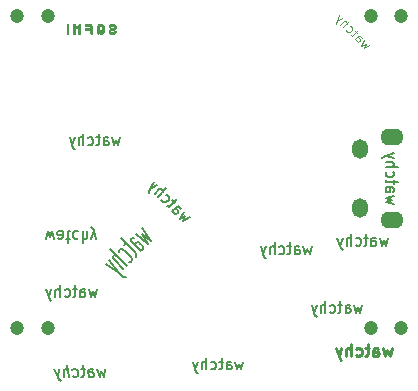
<source format=gbr>
G04 #@! TF.GenerationSoftware,KiCad,Pcbnew,(5.1.8)-1*
G04 #@! TF.CreationDate,2021-12-24T21:37:01-05:00*
G04 #@! TF.ProjectId,Watchy,57617463-6879-42e6-9b69-6361645f7063,rev?*
G04 #@! TF.SameCoordinates,Original*
G04 #@! TF.FileFunction,Soldermask,Bot*
G04 #@! TF.FilePolarity,Negative*
%FSLAX46Y46*%
G04 Gerber Fmt 4.6, Leading zero omitted, Abs format (unit mm)*
G04 Created by KiCad (PCBNEW (5.1.8)-1) date 2021-12-24 21:37:01*
%MOMM*%
%LPD*%
G01*
G04 APERTURE LIST*
%ADD10C,0.100000*%
%ADD11C,0.150000*%
%ADD12C,0.250000*%
%ADD13C,0.010000*%
%ADD14O,1.350000X1.650000*%
%ADD15O,1.950000X1.400000*%
%ADD16C,1.200000*%
G04 APERTURE END LIST*
D10*
X99136332Y-82389048D02*
X98681764Y-82641586D01*
X98833287Y-82288033D01*
X98479733Y-82439556D01*
X98732271Y-81984987D01*
X97949403Y-81909226D02*
X98227195Y-81631434D01*
X98302956Y-81606180D01*
X98378718Y-81631434D01*
X98479733Y-81732449D01*
X98504987Y-81808210D01*
X97974657Y-81883972D02*
X97999911Y-81959733D01*
X98126180Y-82086002D01*
X98201941Y-82111256D01*
X98277703Y-82086002D01*
X98328210Y-82035495D01*
X98353464Y-81959733D01*
X98328210Y-81883972D01*
X98201941Y-81757703D01*
X98176687Y-81681941D01*
X98126180Y-81378895D02*
X97924149Y-81176865D01*
X98227195Y-81126357D02*
X97772626Y-81580926D01*
X97696865Y-81606180D01*
X97621104Y-81580926D01*
X97570596Y-81530418D01*
X97191789Y-81101104D02*
X97217043Y-81176865D01*
X97318058Y-81277880D01*
X97393819Y-81303134D01*
X97444327Y-81303134D01*
X97520088Y-81277880D01*
X97671611Y-81126357D01*
X97696865Y-81050596D01*
X97696865Y-81000088D01*
X97671611Y-80924327D01*
X97570596Y-80823312D01*
X97494834Y-80798058D01*
X96939251Y-80899073D02*
X97469581Y-80368743D01*
X96711966Y-80671789D02*
X96989758Y-80393997D01*
X97065520Y-80368743D01*
X97141281Y-80393997D01*
X97217043Y-80469758D01*
X97242296Y-80545520D01*
X97242296Y-80596027D01*
X96863489Y-80116205D02*
X96383667Y-80343489D01*
X96610951Y-79863667D02*
X96383667Y-80343489D01*
X96307905Y-80520266D01*
X96307905Y-80570773D01*
X96333159Y-80646535D01*
D11*
X83936751Y-96983705D02*
X83344128Y-97333892D01*
X83559628Y-96875956D01*
X83101692Y-97091455D01*
X83451878Y-96498832D01*
X82465296Y-96455059D02*
X82835685Y-96084670D01*
X82933333Y-96047631D01*
X83027614Y-96074568D01*
X83148832Y-96195786D01*
X83175770Y-96290067D01*
X82498967Y-96421387D02*
X82525905Y-96515668D01*
X82677428Y-96667191D01*
X82771709Y-96694128D01*
X82869357Y-96657089D01*
X82936700Y-96589746D01*
X82973739Y-96492098D01*
X82946802Y-96397817D01*
X82795279Y-96246294D01*
X82768341Y-96152013D01*
X82724568Y-95771522D02*
X82482132Y-95529086D01*
X82869357Y-95444906D02*
X82263265Y-96050998D01*
X82165617Y-96088037D01*
X82071336Y-96061099D01*
X82010727Y-96000490D01*
X81559526Y-95481945D02*
X81586463Y-95576226D01*
X81707681Y-95697445D01*
X81801962Y-95724382D01*
X81865938Y-95721015D01*
X81963587Y-95683976D01*
X82165617Y-95481945D01*
X82202656Y-95384297D01*
X82206023Y-95320321D01*
X82179086Y-95226040D01*
X82057867Y-95104822D01*
X81963587Y-95077884D01*
X81253113Y-95242876D02*
X81960219Y-94535769D01*
X80980371Y-94970135D02*
X81350761Y-94599745D01*
X81448409Y-94562707D01*
X81542690Y-94589644D01*
X81633603Y-94680558D01*
X81660541Y-94774839D01*
X81657174Y-94838815D01*
X81209339Y-94256294D02*
X80586412Y-94576175D01*
X80906294Y-93953248D02*
X80586412Y-94576175D01*
X80478662Y-94805143D01*
X80475295Y-94869119D01*
X80502233Y-94963400D01*
X78072857Y-90225714D02*
X77901428Y-90892380D01*
X77730000Y-90416190D01*
X77558571Y-90892380D01*
X77387142Y-90225714D01*
X76658571Y-90892380D02*
X76658571Y-90368571D01*
X76701428Y-90273333D01*
X76787142Y-90225714D01*
X76958571Y-90225714D01*
X77044285Y-90273333D01*
X76658571Y-90844761D02*
X76744285Y-90892380D01*
X76958571Y-90892380D01*
X77044285Y-90844761D01*
X77087142Y-90749523D01*
X77087142Y-90654285D01*
X77044285Y-90559047D01*
X76958571Y-90511428D01*
X76744285Y-90511428D01*
X76658571Y-90463809D01*
X76358571Y-90225714D02*
X76015714Y-90225714D01*
X76230000Y-89892380D02*
X76230000Y-90749523D01*
X76187142Y-90844761D01*
X76101428Y-90892380D01*
X76015714Y-90892380D01*
X75330000Y-90844761D02*
X75415714Y-90892380D01*
X75587142Y-90892380D01*
X75672857Y-90844761D01*
X75715714Y-90797142D01*
X75758571Y-90701904D01*
X75758571Y-90416190D01*
X75715714Y-90320952D01*
X75672857Y-90273333D01*
X75587142Y-90225714D01*
X75415714Y-90225714D01*
X75330000Y-90273333D01*
X74944285Y-90892380D02*
X74944285Y-89892380D01*
X74558571Y-90892380D02*
X74558571Y-90368571D01*
X74601428Y-90273333D01*
X74687142Y-90225714D01*
X74815714Y-90225714D01*
X74901428Y-90273333D01*
X74944285Y-90320952D01*
X74215714Y-90225714D02*
X74001428Y-90892380D01*
X73787142Y-90225714D02*
X74001428Y-90892380D01*
X74087142Y-91130476D01*
X74130000Y-91178095D01*
X74215714Y-91225714D01*
X71767142Y-98804285D02*
X71938571Y-98137619D01*
X72110000Y-98613809D01*
X72281428Y-98137619D01*
X72452857Y-98804285D01*
X73181428Y-98137619D02*
X73181428Y-98661428D01*
X73138571Y-98756666D01*
X73052857Y-98804285D01*
X72881428Y-98804285D01*
X72795714Y-98756666D01*
X73181428Y-98185238D02*
X73095714Y-98137619D01*
X72881428Y-98137619D01*
X72795714Y-98185238D01*
X72752857Y-98280476D01*
X72752857Y-98375714D01*
X72795714Y-98470952D01*
X72881428Y-98518571D01*
X73095714Y-98518571D01*
X73181428Y-98566190D01*
X73481428Y-98804285D02*
X73824285Y-98804285D01*
X73610000Y-99137619D02*
X73610000Y-98280476D01*
X73652857Y-98185238D01*
X73738571Y-98137619D01*
X73824285Y-98137619D01*
X74510000Y-98185238D02*
X74424285Y-98137619D01*
X74252857Y-98137619D01*
X74167142Y-98185238D01*
X74124285Y-98232857D01*
X74081428Y-98328095D01*
X74081428Y-98613809D01*
X74124285Y-98709047D01*
X74167142Y-98756666D01*
X74252857Y-98804285D01*
X74424285Y-98804285D01*
X74510000Y-98756666D01*
X74895714Y-98137619D02*
X74895714Y-99137619D01*
X75281428Y-98137619D02*
X75281428Y-98661428D01*
X75238571Y-98756666D01*
X75152857Y-98804285D01*
X75024285Y-98804285D01*
X74938571Y-98756666D01*
X74895714Y-98709047D01*
X75624285Y-98804285D02*
X75838571Y-98137619D01*
X76052857Y-98804285D02*
X75838571Y-98137619D01*
X75752857Y-97899523D01*
X75710000Y-97851904D01*
X75624285Y-97804285D01*
X79872183Y-97911725D02*
X80693773Y-98975752D01*
X79899120Y-98423536D01*
X80451337Y-99218189D01*
X79387309Y-98396598D01*
X79814941Y-99854585D02*
X79074162Y-99113806D01*
X78969780Y-98948815D01*
X78963045Y-98820862D01*
X79084264Y-98699644D01*
X79212216Y-98706378D01*
X79747597Y-99787241D02*
X79875550Y-99793976D01*
X80027073Y-99642453D01*
X80020338Y-99514500D01*
X79915956Y-99349509D01*
X79781269Y-99214822D01*
X79616277Y-99110439D01*
X79488325Y-99103705D01*
X79336802Y-99255228D01*
X79208849Y-99248493D01*
X78660000Y-99123908D02*
X78417563Y-99366345D01*
X78097681Y-98743417D02*
X79309864Y-99955600D01*
X79414247Y-100120592D01*
X79420981Y-100248544D01*
X79360372Y-100309154D01*
X78808155Y-100726683D02*
X78936108Y-100733418D01*
X79057326Y-100612199D01*
X79050592Y-100484247D01*
X79013553Y-100386599D01*
X78909170Y-100221607D01*
X78505109Y-99817546D01*
X78340118Y-99713164D01*
X78242470Y-99676125D01*
X78114517Y-99669390D01*
X77993299Y-99790609D01*
X78000033Y-99918561D01*
X78602758Y-101066768D02*
X77188544Y-99652554D01*
X78330016Y-101339509D02*
X77589238Y-100598731D01*
X77484855Y-100433739D01*
X77478121Y-100305786D01*
X77569035Y-100214873D01*
X77696987Y-100221607D01*
X77794635Y-100258646D01*
X77144771Y-100639137D02*
X77936057Y-101733469D01*
X76841725Y-100942183D02*
X77936057Y-101733469D01*
X78333384Y-102009577D01*
X78431032Y-102046616D01*
X78558984Y-102053350D01*
X76092857Y-103055714D02*
X75921428Y-103722380D01*
X75750000Y-103246190D01*
X75578571Y-103722380D01*
X75407142Y-103055714D01*
X74678571Y-103722380D02*
X74678571Y-103198571D01*
X74721428Y-103103333D01*
X74807142Y-103055714D01*
X74978571Y-103055714D01*
X75064285Y-103103333D01*
X74678571Y-103674761D02*
X74764285Y-103722380D01*
X74978571Y-103722380D01*
X75064285Y-103674761D01*
X75107142Y-103579523D01*
X75107142Y-103484285D01*
X75064285Y-103389047D01*
X74978571Y-103341428D01*
X74764285Y-103341428D01*
X74678571Y-103293809D01*
X74378571Y-103055714D02*
X74035714Y-103055714D01*
X74250000Y-102722380D02*
X74250000Y-103579523D01*
X74207142Y-103674761D01*
X74121428Y-103722380D01*
X74035714Y-103722380D01*
X73350000Y-103674761D02*
X73435714Y-103722380D01*
X73607142Y-103722380D01*
X73692857Y-103674761D01*
X73735714Y-103627142D01*
X73778571Y-103531904D01*
X73778571Y-103246190D01*
X73735714Y-103150952D01*
X73692857Y-103103333D01*
X73607142Y-103055714D01*
X73435714Y-103055714D01*
X73350000Y-103103333D01*
X72964285Y-103722380D02*
X72964285Y-102722380D01*
X72578571Y-103722380D02*
X72578571Y-103198571D01*
X72621428Y-103103333D01*
X72707142Y-103055714D01*
X72835714Y-103055714D01*
X72921428Y-103103333D01*
X72964285Y-103150952D01*
X72235714Y-103055714D02*
X72021428Y-103722380D01*
X71807142Y-103055714D02*
X72021428Y-103722380D01*
X72107142Y-103960476D01*
X72150000Y-104008095D01*
X72235714Y-104055714D01*
X76759508Y-109825714D02*
X76671413Y-110492380D01*
X76440461Y-110016190D01*
X76328556Y-110492380D01*
X76073794Y-109825714D01*
X75428556Y-110492380D02*
X75363080Y-109968571D01*
X75394032Y-109873333D01*
X75473794Y-109825714D01*
X75645223Y-109825714D01*
X75736889Y-109873333D01*
X75422604Y-110444761D02*
X75514270Y-110492380D01*
X75728556Y-110492380D01*
X75808318Y-110444761D01*
X75839270Y-110349523D01*
X75827366Y-110254285D01*
X75772604Y-110159047D01*
X75680937Y-110111428D01*
X75466651Y-110111428D01*
X75374985Y-110063809D01*
X75045223Y-109825714D02*
X74702366Y-109825714D01*
X74874985Y-109492380D02*
X74982127Y-110349523D01*
X74951175Y-110444761D01*
X74871413Y-110492380D01*
X74785699Y-110492380D01*
X74094032Y-110444761D02*
X74185699Y-110492380D01*
X74357127Y-110492380D01*
X74436889Y-110444761D01*
X74473794Y-110397142D01*
X74504747Y-110301904D01*
X74469032Y-110016190D01*
X74414270Y-109920952D01*
X74365461Y-109873333D01*
X74273794Y-109825714D01*
X74102366Y-109825714D01*
X74022604Y-109873333D01*
X73714270Y-110492380D02*
X73589270Y-109492380D01*
X73328556Y-110492380D02*
X73263080Y-109968571D01*
X73294032Y-109873333D01*
X73373794Y-109825714D01*
X73502366Y-109825714D01*
X73594032Y-109873333D01*
X73642842Y-109920952D01*
X72902366Y-109825714D02*
X72771413Y-110492380D01*
X72473794Y-109825714D02*
X72771413Y-110492380D01*
X72886889Y-110730476D01*
X72935699Y-110778095D01*
X73027366Y-110825714D01*
X88482857Y-109195714D02*
X88311428Y-109862380D01*
X88140000Y-109386190D01*
X87968571Y-109862380D01*
X87797142Y-109195714D01*
X87068571Y-109862380D02*
X87068571Y-109338571D01*
X87111428Y-109243333D01*
X87197142Y-109195714D01*
X87368571Y-109195714D01*
X87454285Y-109243333D01*
X87068571Y-109814761D02*
X87154285Y-109862380D01*
X87368571Y-109862380D01*
X87454285Y-109814761D01*
X87497142Y-109719523D01*
X87497142Y-109624285D01*
X87454285Y-109529047D01*
X87368571Y-109481428D01*
X87154285Y-109481428D01*
X87068571Y-109433809D01*
X86768571Y-109195714D02*
X86425714Y-109195714D01*
X86640000Y-108862380D02*
X86640000Y-109719523D01*
X86597142Y-109814761D01*
X86511428Y-109862380D01*
X86425714Y-109862380D01*
X85740000Y-109814761D02*
X85825714Y-109862380D01*
X85997142Y-109862380D01*
X86082857Y-109814761D01*
X86125714Y-109767142D01*
X86168571Y-109671904D01*
X86168571Y-109386190D01*
X86125714Y-109290952D01*
X86082857Y-109243333D01*
X85997142Y-109195714D01*
X85825714Y-109195714D01*
X85740000Y-109243333D01*
X85354285Y-109862380D02*
X85354285Y-108862380D01*
X84968571Y-109862380D02*
X84968571Y-109338571D01*
X85011428Y-109243333D01*
X85097142Y-109195714D01*
X85225714Y-109195714D01*
X85311428Y-109243333D01*
X85354285Y-109290952D01*
X84625714Y-109195714D02*
X84411428Y-109862380D01*
X84197142Y-109195714D02*
X84411428Y-109862380D01*
X84497142Y-110100476D01*
X84540000Y-110148095D01*
X84625714Y-110195714D01*
X101224285Y-95852857D02*
X100557619Y-95681428D01*
X101033809Y-95510000D01*
X100557619Y-95338571D01*
X101224285Y-95167142D01*
X100557619Y-94438571D02*
X101081428Y-94438571D01*
X101176666Y-94481428D01*
X101224285Y-94567142D01*
X101224285Y-94738571D01*
X101176666Y-94824285D01*
X100605238Y-94438571D02*
X100557619Y-94524285D01*
X100557619Y-94738571D01*
X100605238Y-94824285D01*
X100700476Y-94867142D01*
X100795714Y-94867142D01*
X100890952Y-94824285D01*
X100938571Y-94738571D01*
X100938571Y-94524285D01*
X100986190Y-94438571D01*
X101224285Y-94138571D02*
X101224285Y-93795714D01*
X101557619Y-94010000D02*
X100700476Y-94010000D01*
X100605238Y-93967142D01*
X100557619Y-93881428D01*
X100557619Y-93795714D01*
X100605238Y-93110000D02*
X100557619Y-93195714D01*
X100557619Y-93367142D01*
X100605238Y-93452857D01*
X100652857Y-93495714D01*
X100748095Y-93538571D01*
X101033809Y-93538571D01*
X101129047Y-93495714D01*
X101176666Y-93452857D01*
X101224285Y-93367142D01*
X101224285Y-93195714D01*
X101176666Y-93110000D01*
X100557619Y-92724285D02*
X101557619Y-92724285D01*
X100557619Y-92338571D02*
X101081428Y-92338571D01*
X101176666Y-92381428D01*
X101224285Y-92467142D01*
X101224285Y-92595714D01*
X101176666Y-92681428D01*
X101129047Y-92724285D01*
X101224285Y-91995714D02*
X100557619Y-91781428D01*
X101224285Y-91567142D02*
X100557619Y-91781428D01*
X100319523Y-91867142D01*
X100271904Y-91910000D01*
X100224285Y-91995714D01*
X100742857Y-98715714D02*
X100571428Y-99382380D01*
X100400000Y-98906190D01*
X100228571Y-99382380D01*
X100057142Y-98715714D01*
X99328571Y-99382380D02*
X99328571Y-98858571D01*
X99371428Y-98763333D01*
X99457142Y-98715714D01*
X99628571Y-98715714D01*
X99714285Y-98763333D01*
X99328571Y-99334761D02*
X99414285Y-99382380D01*
X99628571Y-99382380D01*
X99714285Y-99334761D01*
X99757142Y-99239523D01*
X99757142Y-99144285D01*
X99714285Y-99049047D01*
X99628571Y-99001428D01*
X99414285Y-99001428D01*
X99328571Y-98953809D01*
X99028571Y-98715714D02*
X98685714Y-98715714D01*
X98900000Y-98382380D02*
X98900000Y-99239523D01*
X98857142Y-99334761D01*
X98771428Y-99382380D01*
X98685714Y-99382380D01*
X98000000Y-99334761D02*
X98085714Y-99382380D01*
X98257142Y-99382380D01*
X98342857Y-99334761D01*
X98385714Y-99287142D01*
X98428571Y-99191904D01*
X98428571Y-98906190D01*
X98385714Y-98810952D01*
X98342857Y-98763333D01*
X98257142Y-98715714D01*
X98085714Y-98715714D01*
X98000000Y-98763333D01*
X97614285Y-99382380D02*
X97614285Y-98382380D01*
X97228571Y-99382380D02*
X97228571Y-98858571D01*
X97271428Y-98763333D01*
X97357142Y-98715714D01*
X97485714Y-98715714D01*
X97571428Y-98763333D01*
X97614285Y-98810952D01*
X96885714Y-98715714D02*
X96671428Y-99382380D01*
X96457142Y-98715714D02*
X96671428Y-99382380D01*
X96757142Y-99620476D01*
X96800000Y-99668095D01*
X96885714Y-99715714D01*
X94262857Y-99445714D02*
X94091428Y-100112380D01*
X93920000Y-99636190D01*
X93748571Y-100112380D01*
X93577142Y-99445714D01*
X92848571Y-100112380D02*
X92848571Y-99588571D01*
X92891428Y-99493333D01*
X92977142Y-99445714D01*
X93148571Y-99445714D01*
X93234285Y-99493333D01*
X92848571Y-100064761D02*
X92934285Y-100112380D01*
X93148571Y-100112380D01*
X93234285Y-100064761D01*
X93277142Y-99969523D01*
X93277142Y-99874285D01*
X93234285Y-99779047D01*
X93148571Y-99731428D01*
X92934285Y-99731428D01*
X92848571Y-99683809D01*
X92548571Y-99445714D02*
X92205714Y-99445714D01*
X92420000Y-99112380D02*
X92420000Y-99969523D01*
X92377142Y-100064761D01*
X92291428Y-100112380D01*
X92205714Y-100112380D01*
X91520000Y-100064761D02*
X91605714Y-100112380D01*
X91777142Y-100112380D01*
X91862857Y-100064761D01*
X91905714Y-100017142D01*
X91948571Y-99921904D01*
X91948571Y-99636190D01*
X91905714Y-99540952D01*
X91862857Y-99493333D01*
X91777142Y-99445714D01*
X91605714Y-99445714D01*
X91520000Y-99493333D01*
X91134285Y-100112380D02*
X91134285Y-99112380D01*
X90748571Y-100112380D02*
X90748571Y-99588571D01*
X90791428Y-99493333D01*
X90877142Y-99445714D01*
X91005714Y-99445714D01*
X91091428Y-99493333D01*
X91134285Y-99540952D01*
X90405714Y-99445714D02*
X90191428Y-100112380D01*
X89977142Y-99445714D02*
X90191428Y-100112380D01*
X90277142Y-100350476D01*
X90320000Y-100398095D01*
X90405714Y-100445714D01*
X98552857Y-104415714D02*
X98381428Y-105082380D01*
X98210000Y-104606190D01*
X98038571Y-105082380D01*
X97867142Y-104415714D01*
X97138571Y-105082380D02*
X97138571Y-104558571D01*
X97181428Y-104463333D01*
X97267142Y-104415714D01*
X97438571Y-104415714D01*
X97524285Y-104463333D01*
X97138571Y-105034761D02*
X97224285Y-105082380D01*
X97438571Y-105082380D01*
X97524285Y-105034761D01*
X97567142Y-104939523D01*
X97567142Y-104844285D01*
X97524285Y-104749047D01*
X97438571Y-104701428D01*
X97224285Y-104701428D01*
X97138571Y-104653809D01*
X96838571Y-104415714D02*
X96495714Y-104415714D01*
X96710000Y-104082380D02*
X96710000Y-104939523D01*
X96667142Y-105034761D01*
X96581428Y-105082380D01*
X96495714Y-105082380D01*
X95810000Y-105034761D02*
X95895714Y-105082380D01*
X96067142Y-105082380D01*
X96152857Y-105034761D01*
X96195714Y-104987142D01*
X96238571Y-104891904D01*
X96238571Y-104606190D01*
X96195714Y-104510952D01*
X96152857Y-104463333D01*
X96067142Y-104415714D01*
X95895714Y-104415714D01*
X95810000Y-104463333D01*
X95424285Y-105082380D02*
X95424285Y-104082380D01*
X95038571Y-105082380D02*
X95038571Y-104558571D01*
X95081428Y-104463333D01*
X95167142Y-104415714D01*
X95295714Y-104415714D01*
X95381428Y-104463333D01*
X95424285Y-104510952D01*
X94695714Y-104415714D02*
X94481428Y-105082380D01*
X94267142Y-104415714D02*
X94481428Y-105082380D01*
X94567142Y-105320476D01*
X94610000Y-105368095D01*
X94695714Y-105415714D01*
D12*
X101070952Y-108065714D02*
X100880476Y-108732380D01*
X100690000Y-108256190D01*
X100499523Y-108732380D01*
X100309047Y-108065714D01*
X99499523Y-108732380D02*
X99499523Y-108208571D01*
X99547142Y-108113333D01*
X99642380Y-108065714D01*
X99832857Y-108065714D01*
X99928095Y-108113333D01*
X99499523Y-108684761D02*
X99594761Y-108732380D01*
X99832857Y-108732380D01*
X99928095Y-108684761D01*
X99975714Y-108589523D01*
X99975714Y-108494285D01*
X99928095Y-108399047D01*
X99832857Y-108351428D01*
X99594761Y-108351428D01*
X99499523Y-108303809D01*
X99166190Y-108065714D02*
X98785238Y-108065714D01*
X99023333Y-107732380D02*
X99023333Y-108589523D01*
X98975714Y-108684761D01*
X98880476Y-108732380D01*
X98785238Y-108732380D01*
X98023333Y-108684761D02*
X98118571Y-108732380D01*
X98309047Y-108732380D01*
X98404285Y-108684761D01*
X98451904Y-108637142D01*
X98499523Y-108541904D01*
X98499523Y-108256190D01*
X98451904Y-108160952D01*
X98404285Y-108113333D01*
X98309047Y-108065714D01*
X98118571Y-108065714D01*
X98023333Y-108113333D01*
X97594761Y-108732380D02*
X97594761Y-107732380D01*
X97166190Y-108732380D02*
X97166190Y-108208571D01*
X97213809Y-108113333D01*
X97309047Y-108065714D01*
X97451904Y-108065714D01*
X97547142Y-108113333D01*
X97594761Y-108160952D01*
X96785238Y-108065714D02*
X96547142Y-108732380D01*
X96309047Y-108065714D02*
X96547142Y-108732380D01*
X96642380Y-108970476D01*
X96690000Y-109018095D01*
X96785238Y-109065714D01*
D13*
G36*
X73531818Y-81435636D02*
G01*
X73671454Y-81435636D01*
X73658818Y-80639000D01*
X73595318Y-80631693D01*
X73531818Y-80624387D01*
X73531818Y-81435636D01*
G37*
X73531818Y-81435636D02*
X73671454Y-81435636D01*
X73658818Y-80639000D01*
X73595318Y-80631693D01*
X73531818Y-80624387D01*
X73531818Y-81435636D01*
G36*
X74599772Y-80631693D02*
G01*
X74547155Y-80651207D01*
X74529080Y-80689534D01*
X74502407Y-80735232D01*
X74471352Y-80747262D01*
X74425790Y-80773863D01*
X74413439Y-80806409D01*
X74395782Y-80847029D01*
X74374636Y-80858364D01*
X74347276Y-80838708D01*
X74335833Y-80806409D01*
X74309636Y-80759721D01*
X74277920Y-80747262D01*
X74232222Y-80720589D01*
X74220192Y-80689534D01*
X74203403Y-80652111D01*
X74159066Y-80639374D01*
X74143727Y-80639000D01*
X74074454Y-80639000D01*
X74074454Y-81424091D01*
X74213000Y-81424091D01*
X74219505Y-81152773D01*
X74223525Y-81032485D01*
X74229379Y-80951884D01*
X74237996Y-80904486D01*
X74250302Y-80883804D01*
X74258308Y-80881454D01*
X74286352Y-80901110D01*
X74297985Y-80933409D01*
X74320452Y-80976712D01*
X74368058Y-80992592D01*
X74417146Y-80989249D01*
X74441230Y-80955918D01*
X74445607Y-80940638D01*
X74467359Y-80896627D01*
X74492594Y-80881454D01*
X74506642Y-80890328D01*
X74516103Y-80921345D01*
X74521743Y-80981101D01*
X74524325Y-81076191D01*
X74524727Y-81158545D01*
X74524727Y-81435636D01*
X74663272Y-81435636D01*
X74663272Y-80624387D01*
X74599772Y-80631693D01*
G37*
X74599772Y-80631693D02*
X74547155Y-80651207D01*
X74529080Y-80689534D01*
X74502407Y-80735232D01*
X74471352Y-80747262D01*
X74425790Y-80773863D01*
X74413439Y-80806409D01*
X74395782Y-80847029D01*
X74374636Y-80858364D01*
X74347276Y-80838708D01*
X74335833Y-80806409D01*
X74309636Y-80759721D01*
X74277920Y-80747262D01*
X74232222Y-80720589D01*
X74220192Y-80689534D01*
X74203403Y-80652111D01*
X74159066Y-80639374D01*
X74143727Y-80639000D01*
X74074454Y-80639000D01*
X74074454Y-81424091D01*
X74213000Y-81424091D01*
X74219505Y-81152773D01*
X74223525Y-81032485D01*
X74229379Y-80951884D01*
X74237996Y-80904486D01*
X74250302Y-80883804D01*
X74258308Y-80881454D01*
X74286352Y-80901110D01*
X74297985Y-80933409D01*
X74320452Y-80976712D01*
X74368058Y-80992592D01*
X74417146Y-80989249D01*
X74441230Y-80955918D01*
X74445607Y-80940638D01*
X74467359Y-80896627D01*
X74492594Y-80881454D01*
X74506642Y-80890328D01*
X74516103Y-80921345D01*
X74521743Y-80981101D01*
X74524325Y-81076191D01*
X74524727Y-81158545D01*
X74524727Y-81435636D01*
X74663272Y-81435636D01*
X74663272Y-80624387D01*
X74599772Y-80631693D01*
G36*
X75078909Y-80764328D02*
G01*
X75304045Y-80770936D01*
X75529181Y-80777545D01*
X75529181Y-80962273D01*
X75302594Y-80968899D01*
X75076006Y-80975525D01*
X75083230Y-81038172D01*
X75088147Y-81067264D01*
X75100728Y-81086116D01*
X75129894Y-81097650D01*
X75184565Y-81104786D01*
X75273662Y-81110445D01*
X75309818Y-81112364D01*
X75529181Y-81123909D01*
X75536009Y-81279773D01*
X75540381Y-81362272D01*
X75547685Y-81408881D01*
X75562856Y-81429847D01*
X75590829Y-81435420D01*
X75611055Y-81435636D01*
X75679272Y-81435636D01*
X75679272Y-81100247D01*
X75679036Y-80969603D01*
X75677567Y-80877706D01*
X75673725Y-80817119D01*
X75666373Y-80780407D01*
X75654369Y-80760133D01*
X75636575Y-80748863D01*
X75624702Y-80744109D01*
X75577588Y-80710085D01*
X75557591Y-80675408D01*
X75548579Y-80653616D01*
X75529409Y-80639646D01*
X75491267Y-80631777D01*
X75425339Y-80628288D01*
X75322809Y-80627458D01*
X75311980Y-80627454D01*
X75078909Y-80627454D01*
X75078909Y-80764328D01*
G37*
X75078909Y-80764328D02*
X75304045Y-80770936D01*
X75529181Y-80777545D01*
X75529181Y-80962273D01*
X75302594Y-80968899D01*
X75076006Y-80975525D01*
X75083230Y-81038172D01*
X75088147Y-81067264D01*
X75100728Y-81086116D01*
X75129894Y-81097650D01*
X75184565Y-81104786D01*
X75273662Y-81110445D01*
X75309818Y-81112364D01*
X75529181Y-81123909D01*
X75536009Y-81279773D01*
X75540381Y-81362272D01*
X75547685Y-81408881D01*
X75562856Y-81429847D01*
X75590829Y-81435420D01*
X75611055Y-81435636D01*
X75679272Y-81435636D01*
X75679272Y-81100247D01*
X75679036Y-80969603D01*
X75677567Y-80877706D01*
X75673725Y-80817119D01*
X75666373Y-80780407D01*
X75654369Y-80760133D01*
X75636575Y-80748863D01*
X75624702Y-80744109D01*
X75577588Y-80710085D01*
X75557591Y-80675408D01*
X75548579Y-80653616D01*
X75529409Y-80639646D01*
X75491267Y-80631777D01*
X75425339Y-80628288D01*
X75322809Y-80627458D01*
X75311980Y-80627454D01*
X75078909Y-80627454D01*
X75078909Y-80764328D01*
G36*
X76295271Y-80628386D02*
G01*
X76242563Y-80633366D01*
X76214816Y-80645672D01*
X76201421Y-80668584D01*
X76196755Y-80685182D01*
X76170371Y-80731290D01*
X76141058Y-80742909D01*
X76109342Y-80750900D01*
X76088690Y-80779724D01*
X76077023Y-80836662D01*
X76072261Y-80928991D01*
X76071818Y-80985363D01*
X76074059Y-81096092D01*
X76082239Y-81168179D01*
X76098543Y-81209011D01*
X76125159Y-81225976D01*
X76143561Y-81227818D01*
X76179995Y-81240837D01*
X76184095Y-81270848D01*
X76158153Y-81304280D01*
X76127865Y-81320820D01*
X76081863Y-81352293D01*
X76076471Y-81388455D01*
X76108732Y-81418674D01*
X76158598Y-81431327D01*
X76210698Y-81431496D01*
X76231055Y-81413334D01*
X76233454Y-81390917D01*
X76246951Y-81352076D01*
X76276051Y-81346188D01*
X76303674Y-81373581D01*
X76309418Y-81389454D01*
X76324196Y-81417246D01*
X76357808Y-81431172D01*
X76422532Y-81435533D01*
X76441272Y-81435636D01*
X76514109Y-81432740D01*
X76553250Y-81421185D01*
X76570973Y-81396670D01*
X76573127Y-81389454D01*
X76600194Y-81351881D01*
X76626222Y-81343273D01*
X76654854Y-81337219D01*
X76674472Y-81314432D01*
X76686673Y-81267971D01*
X76693052Y-81190896D01*
X76695207Y-81076267D01*
X76695272Y-81043091D01*
X76693882Y-80918638D01*
X76688643Y-80833368D01*
X76677954Y-80780335D01*
X76668786Y-80766000D01*
X76533636Y-80766000D01*
X76533636Y-81027697D01*
X76532259Y-81133474D01*
X76528522Y-81221827D01*
X76523017Y-81282785D01*
X76517148Y-81305882D01*
X76477651Y-81319571D01*
X76423035Y-81314054D01*
X76374386Y-81294173D01*
X76353177Y-81268227D01*
X76361891Y-81234890D01*
X76391841Y-81227818D01*
X76433437Y-81208422D01*
X76458339Y-81164365D01*
X76455309Y-81116845D01*
X76452946Y-81112570D01*
X76421041Y-81094601D01*
X76381611Y-81089273D01*
X76328699Y-81106688D01*
X76302199Y-81148389D01*
X76278739Y-81191950D01*
X76259293Y-81191619D01*
X76244714Y-81149581D01*
X76235854Y-81068018D01*
X76233454Y-80972455D01*
X76233454Y-80766000D01*
X76533636Y-80766000D01*
X76668786Y-80766000D01*
X76660212Y-80752596D01*
X76633816Y-80743204D01*
X76626032Y-80742909D01*
X76587911Y-80722160D01*
X76570336Y-80685182D01*
X76560152Y-80655685D01*
X76540962Y-80638445D01*
X76502156Y-80630183D01*
X76433127Y-80627622D01*
X76383545Y-80627454D01*
X76295271Y-80628386D01*
G37*
X76295271Y-80628386D02*
X76242563Y-80633366D01*
X76214816Y-80645672D01*
X76201421Y-80668584D01*
X76196755Y-80685182D01*
X76170371Y-80731290D01*
X76141058Y-80742909D01*
X76109342Y-80750900D01*
X76088690Y-80779724D01*
X76077023Y-80836662D01*
X76072261Y-80928991D01*
X76071818Y-80985363D01*
X76074059Y-81096092D01*
X76082239Y-81168179D01*
X76098543Y-81209011D01*
X76125159Y-81225976D01*
X76143561Y-81227818D01*
X76179995Y-81240837D01*
X76184095Y-81270848D01*
X76158153Y-81304280D01*
X76127865Y-81320820D01*
X76081863Y-81352293D01*
X76076471Y-81388455D01*
X76108732Y-81418674D01*
X76158598Y-81431327D01*
X76210698Y-81431496D01*
X76231055Y-81413334D01*
X76233454Y-81390917D01*
X76246951Y-81352076D01*
X76276051Y-81346188D01*
X76303674Y-81373581D01*
X76309418Y-81389454D01*
X76324196Y-81417246D01*
X76357808Y-81431172D01*
X76422532Y-81435533D01*
X76441272Y-81435636D01*
X76514109Y-81432740D01*
X76553250Y-81421185D01*
X76570973Y-81396670D01*
X76573127Y-81389454D01*
X76600194Y-81351881D01*
X76626222Y-81343273D01*
X76654854Y-81337219D01*
X76674472Y-81314432D01*
X76686673Y-81267971D01*
X76693052Y-81190896D01*
X76695207Y-81076267D01*
X76695272Y-81043091D01*
X76693882Y-80918638D01*
X76688643Y-80833368D01*
X76677954Y-80780335D01*
X76668786Y-80766000D01*
X76533636Y-80766000D01*
X76533636Y-81027697D01*
X76532259Y-81133474D01*
X76528522Y-81221827D01*
X76523017Y-81282785D01*
X76517148Y-81305882D01*
X76477651Y-81319571D01*
X76423035Y-81314054D01*
X76374386Y-81294173D01*
X76353177Y-81268227D01*
X76361891Y-81234890D01*
X76391841Y-81227818D01*
X76433437Y-81208422D01*
X76458339Y-81164365D01*
X76455309Y-81116845D01*
X76452946Y-81112570D01*
X76421041Y-81094601D01*
X76381611Y-81089273D01*
X76328699Y-81106688D01*
X76302199Y-81148389D01*
X76278739Y-81191950D01*
X76259293Y-81191619D01*
X76244714Y-81149581D01*
X76235854Y-81068018D01*
X76233454Y-80972455D01*
X76233454Y-80766000D01*
X76533636Y-80766000D01*
X76668786Y-80766000D01*
X76660212Y-80752596D01*
X76633816Y-80743204D01*
X76626032Y-80742909D01*
X76587911Y-80722160D01*
X76570336Y-80685182D01*
X76560152Y-80655685D01*
X76540962Y-80638445D01*
X76502156Y-80630183D01*
X76433127Y-80627622D01*
X76383545Y-80627454D01*
X76295271Y-80628386D01*
G36*
X77240940Y-80632044D02*
G01*
X77213590Y-80641796D01*
X77202335Y-80661468D01*
X77199229Y-80678469D01*
X77173294Y-80725768D01*
X77139772Y-80738742D01*
X77101088Y-80755541D01*
X77088155Y-80799575D01*
X77087818Y-80813788D01*
X77094353Y-80862517D01*
X77122033Y-80880018D01*
X77146117Y-80881454D01*
X77200115Y-80864413D01*
X77226363Y-80823727D01*
X77243020Y-80791315D01*
X77269957Y-80773977D01*
X77319943Y-80767090D01*
X77385872Y-80766000D01*
X77464584Y-80768146D01*
X77509104Y-80777069D01*
X77531324Y-80796493D01*
X77538620Y-80813848D01*
X77545116Y-80874632D01*
X77539736Y-80917757D01*
X77528981Y-80947318D01*
X77507984Y-80964128D01*
X77465688Y-80971757D01*
X77391038Y-80973773D01*
X77366075Y-80973818D01*
X77281736Y-80975012D01*
X77233004Y-80980782D01*
X77209321Y-80994415D01*
X77200133Y-81019195D01*
X77199106Y-81025773D01*
X77172811Y-81072454D01*
X77139772Y-81085106D01*
X77109626Y-81094287D01*
X77094060Y-81118716D01*
X77088401Y-81170335D01*
X77087818Y-81217879D01*
X77089755Y-81290497D01*
X77098424Y-81328118D01*
X77118112Y-81341861D01*
X77136161Y-81343273D01*
X77182260Y-81363070D01*
X77196582Y-81389454D01*
X77207396Y-81412758D01*
X77231431Y-81426625D01*
X77278682Y-81433432D01*
X77359143Y-81435556D01*
X77390693Y-81435636D01*
X77482079Y-81434580D01*
X77536604Y-81429894D01*
X77563568Y-81419299D01*
X77572272Y-81400519D01*
X77572727Y-81391060D01*
X77592196Y-81351028D01*
X77624681Y-81339106D01*
X77667758Y-81316438D01*
X77681133Y-81276213D01*
X77665938Y-81235257D01*
X77623302Y-81210393D01*
X77615956Y-81209238D01*
X77567884Y-81213309D01*
X77543985Y-81248780D01*
X77540199Y-81262276D01*
X77529150Y-81295016D01*
X77509108Y-81312258D01*
X77468248Y-81317969D01*
X77394748Y-81316114D01*
X77381515Y-81315492D01*
X77237909Y-81308636D01*
X77223809Y-81114438D01*
X77392495Y-81107628D01*
X77479992Y-81102850D01*
X77531489Y-81095094D01*
X77557169Y-81081040D01*
X77567214Y-81057370D01*
X77568374Y-81050283D01*
X77595047Y-81004586D01*
X77626101Y-80992556D01*
X77656455Y-80982479D01*
X77671526Y-80955317D01*
X77676399Y-80898728D01*
X77676636Y-80869909D01*
X77674116Y-80800202D01*
X77663166Y-80764213D01*
X77638701Y-80749598D01*
X77626101Y-80747262D01*
X77580404Y-80720589D01*
X77568374Y-80689534D01*
X77560784Y-80663749D01*
X77540443Y-80647925D01*
X77497422Y-80638980D01*
X77421789Y-80633832D01*
X77383956Y-80632287D01*
X77294393Y-80629708D01*
X77240940Y-80632044D01*
G37*
X77240940Y-80632044D02*
X77213590Y-80641796D01*
X77202335Y-80661468D01*
X77199229Y-80678469D01*
X77173294Y-80725768D01*
X77139772Y-80738742D01*
X77101088Y-80755541D01*
X77088155Y-80799575D01*
X77087818Y-80813788D01*
X77094353Y-80862517D01*
X77122033Y-80880018D01*
X77146117Y-80881454D01*
X77200115Y-80864413D01*
X77226363Y-80823727D01*
X77243020Y-80791315D01*
X77269957Y-80773977D01*
X77319943Y-80767090D01*
X77385872Y-80766000D01*
X77464584Y-80768146D01*
X77509104Y-80777069D01*
X77531324Y-80796493D01*
X77538620Y-80813848D01*
X77545116Y-80874632D01*
X77539736Y-80917757D01*
X77528981Y-80947318D01*
X77507984Y-80964128D01*
X77465688Y-80971757D01*
X77391038Y-80973773D01*
X77366075Y-80973818D01*
X77281736Y-80975012D01*
X77233004Y-80980782D01*
X77209321Y-80994415D01*
X77200133Y-81019195D01*
X77199106Y-81025773D01*
X77172811Y-81072454D01*
X77139772Y-81085106D01*
X77109626Y-81094287D01*
X77094060Y-81118716D01*
X77088401Y-81170335D01*
X77087818Y-81217879D01*
X77089755Y-81290497D01*
X77098424Y-81328118D01*
X77118112Y-81341861D01*
X77136161Y-81343273D01*
X77182260Y-81363070D01*
X77196582Y-81389454D01*
X77207396Y-81412758D01*
X77231431Y-81426625D01*
X77278682Y-81433432D01*
X77359143Y-81435556D01*
X77390693Y-81435636D01*
X77482079Y-81434580D01*
X77536604Y-81429894D01*
X77563568Y-81419299D01*
X77572272Y-81400519D01*
X77572727Y-81391060D01*
X77592196Y-81351028D01*
X77624681Y-81339106D01*
X77667758Y-81316438D01*
X77681133Y-81276213D01*
X77665938Y-81235257D01*
X77623302Y-81210393D01*
X77615956Y-81209238D01*
X77567884Y-81213309D01*
X77543985Y-81248780D01*
X77540199Y-81262276D01*
X77529150Y-81295016D01*
X77509108Y-81312258D01*
X77468248Y-81317969D01*
X77394748Y-81316114D01*
X77381515Y-81315492D01*
X77237909Y-81308636D01*
X77223809Y-81114438D01*
X77392495Y-81107628D01*
X77479992Y-81102850D01*
X77531489Y-81095094D01*
X77557169Y-81081040D01*
X77567214Y-81057370D01*
X77568374Y-81050283D01*
X77595047Y-81004586D01*
X77626101Y-80992556D01*
X77656455Y-80982479D01*
X77671526Y-80955317D01*
X77676399Y-80898728D01*
X77676636Y-80869909D01*
X77674116Y-80800202D01*
X77663166Y-80764213D01*
X77638701Y-80749598D01*
X77626101Y-80747262D01*
X77580404Y-80720589D01*
X77568374Y-80689534D01*
X77560784Y-80663749D01*
X77540443Y-80647925D01*
X77497422Y-80638980D01*
X77421789Y-80633832D01*
X77383956Y-80632287D01*
X77294393Y-80629708D01*
X77240940Y-80632044D01*
D14*
X98350000Y-96180000D03*
X98350000Y-91180000D03*
D15*
X101050000Y-97180000D03*
X101050000Y-90180000D03*
D16*
X69330000Y-79930000D03*
X71930000Y-79930000D03*
X69330000Y-106330000D03*
X71930000Y-106330000D03*
X101870000Y-79930000D03*
X99270000Y-79930000D03*
X101870000Y-106330000D03*
X99270000Y-106330000D03*
M02*

</source>
